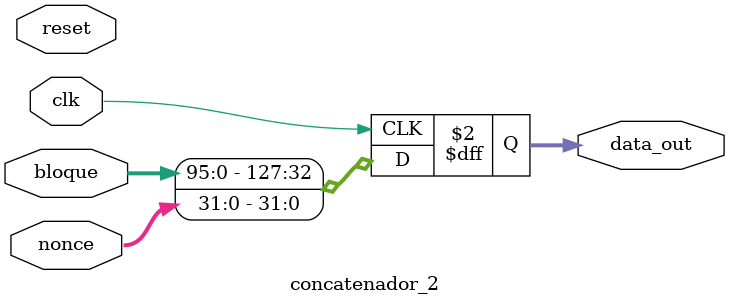
<source format=v>
module concatenador_2#(parameter byte = 8 )(
    input[byte*4-1:0] nonce,
    input [byte*12-1:0]bloque, 
    input clk, 
    input reset,
    output reg [byte*16-1:0]data_out);

always @(posedge clk) begin
    data_out[byte*4-1:0] <= nonce[byte*4-1:0];
    data_out[byte*16-1:byte*4] <= bloque[byte*12-1:0];
end

endmodule
</source>
